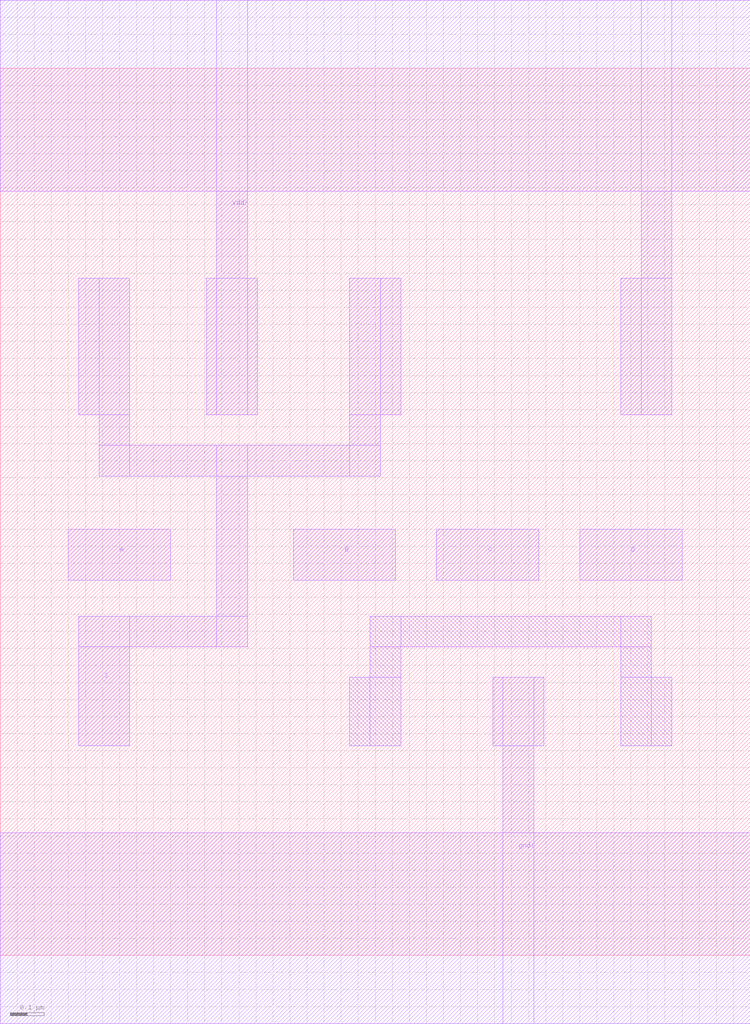
<source format=lef>

#******
# Preview export LEF
#
#	 Preview sub-version 5.10.41_USR5.90.69
#
# REF LIBS: lab3 
# TECH LIB NAME: cmos065
# TECH FILE NAME: techfile.cds
#******

VERSION 5.5 ;

NAMESCASESENSITIVE ON ;

DIVIDERCHAR "/" ;
BUSBITCHARS "[]" ;

UNITS
    DATABASE MICRONS 1000  ;
END UNITS

 MANUFACTURINGGRID    0.005000 ;
SITE CORE
    SYMMETRY Y  ;
    CLASS CORE  ;
    SIZE 0.200 BY 2.600 ;
END CORE

MACRO Complex_f2
    CLASS CORE ;
    FOREIGN Complex_f2 0 -2.8 ;
    ORIGIN 0.000 2.800 ;
    SIZE 2.200 BY 2.600 ;
    SYMMETRY X Y ;
    SITE CORE ;
    PIN S
        DIRECTION OUTPUT ;
        PORT
        LAYER M1 ;
        RECT  1.025 -1.215 1.175 -0.815 ;
        RECT  1.025 -1.395 1.115 -0.815 ;
        RECT  0.290 -1.395 1.115 -1.305 ;
        RECT  0.635 -1.895 0.725 -1.305 ;
        RECT  0.230 -1.895 0.725 -1.805 ;
        RECT  0.230 -1.215 0.380 -0.815 ;
        RECT  0.290 -1.395 0.380 -0.815 ;
        RECT  0.230 -2.185 0.380 -1.805 ;
        END
    END S
    PIN D
        DIRECTION INPUT ;
        PORT
        LAYER M1 ;
        RECT  1.700 -1.700 2.000 -1.550 ;
        END
    END D
    PIN C
        DIRECTION INPUT ;
        PORT
        LAYER M1 ;
        RECT  1.280 -1.700 1.580 -1.550 ;
        END
    END C
    PIN B
        DIRECTION INPUT ;
        PORT
        LAYER M1 ;
        RECT  0.860 -1.700 1.160 -1.550 ;
        END
    END B
    PIN A
        DIRECTION INPUT ;
        PORT
        LAYER M1 ;
        RECT  0.200 -1.700 0.500 -1.550 ;
        END
    END A
    PIN vdd!
        DIRECTION INOUT ;
        USE POWER ;
        SHAPE ABUTMENT ;
        PORT
        LAYER M1 ;
        RECT  0.000 -0.560 2.200 0.000 ;
        RECT  1.880 -1.215 1.970 0.000 ;
        RECT  1.820 -1.215 1.970 -0.815 ;
        RECT  0.605 -1.215 0.755 -0.815 ;
        RECT  0.635 -1.215 0.725 0.000 ;
        END
    END vdd!
    PIN gnd!
        DIRECTION INOUT ;
        USE GROUND ;
        SHAPE ABUTMENT ;
        PORT
        LAYER M1 ;
        RECT  0.000 -3.000 2.200 -2.440 ;
        RECT  1.445 -2.185 1.595 -1.985 ;
        RECT  1.475 -3.000 1.565 -1.985 ;
        END
    END gnd!
    OBS
        LAYER M1 ;
        RECT  1.025 -2.185 1.175 -1.985 ;
        RECT  1.820 -2.185 1.970 -1.985 ;
        RECT  1.085 -2.185 1.175 -1.805 ;
        RECT  1.820 -2.185 1.910 -1.805 ;
        RECT  1.085 -1.895 1.910 -1.805 ;
    END
END Complex_f2

END LIBRARY

</source>
